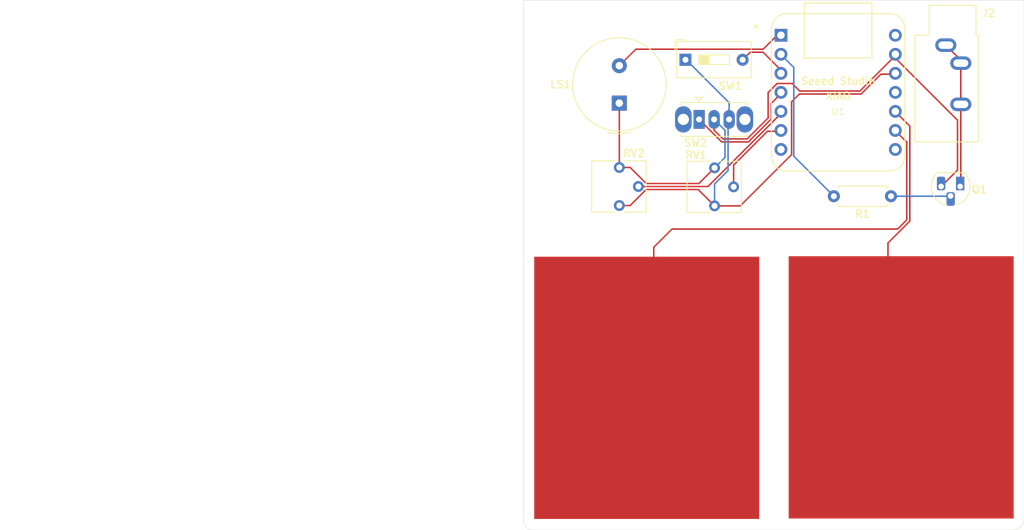
<source format=kicad_pcb>
(kicad_pcb (version 20240108) (generator "pcbnew") (generator_version "8.0")
  (title_block (title "Pengion Paddle") (date "6/29/2025") (rev " 4"))
  (layers (0 "F.Cu" signal) (31 "B.Cu" signal) (34 "B.Paste" user) (35 "F.Paste" user) (36 "B.SilkS" user "B.Silkscreen") (37 "F.SilkS" user "F.Silkscreen") (38 "B.Mask" user) (39 "F.Mask" user) (44 "Edge.Cuts" user))
  (net 0 "")
  (net 1 "Net-(Q1-B)")
  (net 2 "GND")
  (net 3 "Net-(Q1-C)")
  (net 4 "Net-(U1-GPIO2{slash}DA{slash}A1)")
  (net 5 "Net-(U1-GPIO9{slash}D5{slash}I2C_SCL)")
  (net 6 "+3V3")
  (net 7 "Net-(U1-GPIO5{slash}D4{slash}I2C_SDA)")
  (net 8 "Net-(SW1-B)")
  (net 9 "Net-(U1-GPIO1{slash}D0{slash}A0)")
  (net 10 "Net-(U1-GPIO8{slash}D9{slash}A9{slash}MISO)")
  (net 11 "Net-(U1-GPIO7{slash}D8{slash}A8{slash}SCK)")
  (net 16 "Net-(SW2-A)")
  (footprint "Custom:Copper Pad" (layer "F.Cu") (at 249.51 111.47)
    (property "Reference" "TP1" (hide yes))
    (property "Value" "Copper Pad")
    (pad "1" smd rect (at -8.5 21) (size 30 35) (layers "F.Cu") (net 10 "Net-(U1-GPIO8{slash}D9{slash}A9{slash}MISO)"))
  )
  (footprint "Custom:Copper Pad" (layer "F.Cu") (at 212.58 112.03)
    (property "Reference" "TP2" (hide yes))
    (property "Value" "Copper Pad")
    (pad "1" smd rect (at -5.5 20.5) (size 30 35) (property pad_prop_testpoint) (layers "F.Cu") (net 11 "Net-(U1-GPIO7{slash}D8{slash}A8{slash}SCK)"))
  )
  (footprint "Package_TO_SOT_THT:TO-92L_HandSolder" (layer "F.Cu") (at 248.87 105.66 180)
    (property "Reference" "Q1" (at -2.55 -0.4 360) (layer "F.SilkS"))
    (property "Value" "NPN")
    (fp_line (start -0.53 1.85) (end 3.07 1.85) (stroke (width 0.12)) (layer "F.SilkS"))
    (fp_arc (start 2.05 -2.45) (mid 3.769931 -0.601036) (end 3.078445 1.827684) (stroke (width 0.12)) (layer "F.SilkS"))
    (fp_arc (start -0.541453 1.842156) (mid -1.247298 -0.581475) (end 0.45 -2.45) (stroke (width 0.12)) (layer "F.SilkS"))
    (pad "1" thru_hole rect (at 0 0 180) (size 1.1 1.8) (drill 0.75 (offset 0 0.4)) (layers "*.Cu" "*.Mask") (net 3 "Net-(Q1-C)"))
    (pad "2" thru_hole roundrect (at 1.27 -1.27 180) (size 1.1 1.8) (drill 0.75 (offset 0 -0.4)) (layers "*.Cu" "*.Mask") (net 1 "Net-(Q1-B)"))
    (pad "3" thru_hole roundrect (at 2.54 0 180) (size 1.1 1.8) (drill 0.75 (offset 0 0.4)) (layers "*.Cu" "*.Mask") (net 2 "GND"))
  )
  (footprint "Potentiometer_THT:Potentiometer_Vishay_T73YP_Vertical" (layer "F.Cu") (at 203.4325 108.2025)
    (property "Reference" "RV2" (at 1.9175 -6.9625 0) (layer "F.SilkS"))
    (property "Value" "Potentiometer")
    (fp_line (start -3.68 -5.96) (end -3.68 0.88) (stroke (width 0.12)) (layer "F.SilkS"))
    (fp_line (start -3.68 -5.96) (end -0.65 -5.96) (stroke (width 0.12)) (layer "F.SilkS"))
    (fp_line (start -3.68 0.88) (end -0.65 0.88) (stroke (width 0.12)) (layer "F.SilkS"))
    (fp_line (start 0.65 -5.96) (end 3.56 -5.96) (stroke (width 0.12)) (layer "F.SilkS"))
    (fp_line (start 0.65 0.88) (end 3.56 0.88) (stroke (width 0.12)) (layer "F.SilkS"))
    (fp_line (start 3.56 -5.96) (end 3.56 0.88) (stroke (width 0.12)) (layer "F.SilkS"))
    (pad "1" thru_hole circle (at 0 0) (size 1.44 1.44) (drill 0.8) (layers "*.Cu" "*.Mask") (net 6 "+3V3"))
    (pad "2" thru_hole circle (at 2.54 -2.54) (size 1.44 1.44) (drill 0.8) (layers "*.Cu" "*.Mask") (net 7 "Net-(U1-GPIO5{slash}D4{slash}I2C_SDA)"))
    (pad "3" thru_hole circle (at 0 -5.08) (size 1.44 1.44) (drill 0.8) (layers "*.Cu" "*.Mask") (net 2 "GND"))
  )
  (footprint "Potentiometer_THT:Potentiometer_Vishay_T73YP_Vertical" (layer "F.Cu") (at 216.13 108.25)
    (property "Reference" "RV1" (at -2.48 -6.79 0) (layer "F.SilkS"))
    (property "Value" "Potentiometer")
    (fp_line (start -3.68 -5.96) (end -3.68 0.88) (stroke (width 0.12)) (layer "F.SilkS"))
    (fp_line (start -3.68 -5.96) (end -0.65 -5.96) (stroke (width 0.12)) (layer "F.SilkS"))
    (fp_line (start -3.68 0.88) (end -0.65 0.88) (stroke (width 0.12)) (layer "F.SilkS"))
    (fp_line (start 0.65 -5.96) (end 3.56 -5.96) (stroke (width 0.12)) (layer "F.SilkS"))
    (fp_line (start 0.65 0.88) (end 3.56 0.88) (stroke (width 0.12)) (layer "F.SilkS"))
    (fp_line (start 3.56 -5.96) (end 3.56 0.88) (stroke (width 0.12)) (layer "F.SilkS"))
    (pad "1" thru_hole circle (at 0 0) (size 1.44 1.44) (drill 0.8) (layers "*.Cu" "*.Mask") (net 6 "+3V3"))
    (pad "2" thru_hole circle (at 2.54 -2.54) (size 1.44 1.44) (drill 0.8) (layers "*.Cu" "*.Mask") (net 5 "Net-(U1-GPIO9{slash}D5{slash}I2C_SCL)"))
    (pad "3" thru_hole circle (at 0 -5.08) (size 1.44 1.44) (drill 0.8) (layers "*.Cu" "*.Mask") (net 2 "GND"))
  )
  (footprint "Library:XIAO-Generic-Thruhole-14P-2.54-21X17.8MM" (layer "F.Cu") (at 232.605 93.1)
    (property "Reference" "U1" (at 0 2.54 0) (layer "F.SilkS") (effects (font (size 0.889 0.889) (thickness 0.1016))))
    (property "Value" "XIAO-ESP32-S3-DIP" (hide yes))
    (fp_line (start -8.9 -8.5) (end -8.9 8.5) (stroke (width 0.127)) (layer "F.SilkS"))
    (fp_line (start -6.9 10.5) (end 6.9 10.5) (stroke (width 0.127)) (layer "F.SilkS"))
    (fp_line (start -4.5 -11.92403) (end 4.5 -11.92403) (stroke (width 0.127)) (layer "F.SilkS"))
    (fp_line (start -4.5 -4.57073) (end -4.5 -11.92403) (stroke (width 0.127)) (layer "F.SilkS"))
    (fp_line (start 4.5 -11.92403) (end 4.5 -4.57073) (stroke (width 0.127)) (layer "F.SilkS"))
    (fp_line (start 4.5 -4.57073) (end -4.5 -4.57073) (stroke (width 0.127)) (layer "F.SilkS"))
    (fp_line (start 6.9 -10.49909) (end -6.9 -10.49909) (stroke (width 0.127)) (layer "F.SilkS"))
    (fp_line (start 8.9 8.5) (end 8.9 -8.5) (stroke (width 0.127)) (layer "F.SilkS"))
    (fp_arc (start -8.9 -8.5) (mid -8.301491 -9.901491) (end -6.9 -10.5) (stroke (width 0.12)) (layer "F.SilkS"))
    (fp_arc (start -6.9 10.5) (mid -8.301423 9.901423) (end -8.9 8.5) (stroke (width 0.12)) (layer "F.SilkS"))
    (fp_arc (start 6.9 -10.5) (mid 8.301494 -9.901494) (end 8.9 -8.5) (stroke (width 0.12)) (layer "F.SilkS"))
    (fp_arc (start 8.9 8.5) (mid 8.314214 9.914214) (end 6.9 10.5) (stroke (width 0.12)) (layer "F.SilkS"))
    (fp_circle (center -11 -8.8) (end -11 -9.054) (fill solid) (layer "F.SilkS"))
    (fp_poly (pts (xy -8.887715 -8.561705) (xy -8.884667 -8.610473) (xy -8.880604 -8.659494)) (stroke (width 0.0254)) (fill none) (layer "F.SilkS"))
    (fp_poly (pts (xy 8.889492 8.521574) (xy 8.887713 8.57085) (xy 8.884665 8.619618) (xy 8.880601 8.668639) (xy 8.875268 8.717407) (xy 8.868664 8.766175) (xy 8.861044 8.81469) (xy 8.852152 8.86295) (xy 8.842248 8.910955)) (stroke (width 0.0254)) (fill none) (layer "F.SilkS"))
    (fp_text user "Seeed Studio" (at 0 -1.5 0) (layer "F.SilkS"))
    (fp_text user "XIAO" (at 0 0.499999 0) (layer "F.SilkS"))
    (pad "1" thru_hole rect (at -7.625 -7.62 180) (size 1.7 1.7) (drill 1) (layers "*.Cu" "*.Mask") (net 9 "Net-(U1-GPIO1{slash}D0{slash}A0)"))
    (pad "2" thru_hole circle (at -7.625 -5.08 180) (size 1.7 1.7) (drill 1) (layers "*.Cu" "*.Mask") (net 4 "Net-(U1-GPIO2{slash}DA{slash}A1)"))
    (pad "3" thru_hole circle (at -7.625 -2.54 180) (size 1.7 1.7) (drill 1) (layers "*.Cu" "*.Mask") (net 8 "Net-(SW1-B)"))
    (pad "4" thru_hole circle (at -7.625 0 180) (size 1.7 1.7) (drill 1) (layers "*.Cu" "*.Mask") (net 16 "Net-(SW2-A)"))
    (pad "5" thru_hole circle (at -7.625 2.54 180) (size 1.7 1.7) (drill 1) (layers "*.Cu" "*.Mask") (net 7 "Net-(U1-GPIO5{slash}D4{slash}I2C_SDA)"))
    (pad "6" thru_hole circle (at -7.625 5.08) (size 1.7 1.7) (drill 1) (layers "*.Cu" "*.Mask") (net 5 "Net-(U1-GPIO9{slash}D5{slash}I2C_SCL)"))
    (pad "7" thru_hole circle (at -7.625 7.62 180) (size 1.7 1.7) (drill 1) (layers "*.Cu" "*.Mask"))
    (pad "8" thru_hole circle (at 7.625 7.62 180) (size 1.7 1.7) (drill 1) (layers "*.Cu" "*.Mask"))
    (pad "9" thru_hole circle (at 7.625 5.08 180) (size 1.7 1.7) (drill 1) (layers "*.Cu" "*.Mask") (net 11 "Net-(U1-GPIO7{slash}D8{slash}A8{slash}SCK)"))
    (pad "10" thru_hole circle (at 7.625 2.54 180) (size 1.7 1.7) (drill 1) (layers "*.Cu" "*.Mask") (net 10 "Net-(U1-GPIO8{slash}D9{slash}A9{slash}MISO)"))
    (pad "11" thru_hole circle (at 7.625 0 180) (size 1.7 1.7) (drill 1) (layers "*.Cu" "*.Mask"))
    (pad "12" thru_hole circle (at 7.625 -2.54 180) (size 1.7 1.7) (drill 1) (layers "*.Cu" "*.Mask") (net 6 "+3V3"))
    (pad "13" thru_hole circle (at 7.625 -5.08 180) (size 1.7 1.7) (drill 1) (layers "*.Cu" "*.Mask") (net 2 "GND"))
    (pad "14" thru_hole circle (at 7.625 -7.62 180) (size 1.7 1.7) (drill 1) (layers "*.Cu" "*.Mask"))
  )
  (footprint "Connector_Audio:Jack_3.5mm_CUI_SJ1-3533NG_Horizontal" (layer "F.Cu") (at 246.96 86.8)
    (property "Reference" "J2" (at 5.69 -4.28 0) (layer "F.SilkS"))
    (property "Value" "Audio Plug")
    (fp_line (start -4.12 -1.32) (end -2.22 -1.32) (stroke (width 0.12)) (layer "F.SilkS"))
    (fp_line (start -4.12 12.92) (end -4.12 -1.32) (stroke (width 0.12)) (layer "F.SilkS"))
    (fp_line (start -2.22 -5.32) (end 4.02 -5.32) (stroke (width 0.12)) (layer "F.SilkS"))
    (fp_line (start -2.22 -1.32) (end -2.22 -5.32) (stroke (width 0.12)) (layer "F.SilkS"))
    (fp_line (start 4.02 -5.32) (end 4.02 -1.32) (stroke (width 0.12)) (layer "F.SilkS"))
    (fp_line (start 4.02 -1.32) (end 4.32 -1.32) (stroke (width 0.12)) (layer "F.SilkS"))
    (fp_line (start 4.32 -1.32) (end 4.32 12.92) (stroke (width 0.12)) (layer "F.SilkS"))
    (fp_line (start 4.32 12.92) (end -4.12 12.92) (stroke (width 0.12)) (layer "F.SilkS"))
    (pad "R" thru_hole oval (at 2 7.9) (size 2.8 1.8) (drill oval 2 1) (layers "*.Cu" "*.Mask") (net 3 "Net-(Q1-C)"))
    (pad "S" thru_hole oval (at 0 0) (size 2.8 1.8) (drill oval 2 1) (layers "*.Cu" "*.Mask") (net 3 "Net-(Q1-C)"))
    (pad "T" thru_hole oval (at 2 2.4) (size 2.8 1.8) (drill oval 2 1) (layers "*.Cu" "*.Mask") (net 3 "Net-(Q1-C)"))
  )
  (footprint "Buzzer_Beeper:Buzzer_TDK_PS1240P02BT_D12.2mm_H6.5mm" (layer "F.Cu") (at 203.43 94.54 90)
    (property "Reference" "LS1" (at 2.5 -7.85 180) (layer "F.SilkS"))
    (property "Value" "Piezo Buzzer")
    (fp_arc (start -3.9 1.499999) (mid -4.073431 0) (end -3.9 -1.5) (stroke (width 0.12)) (layer "F.SilkS"))
    (fp_circle (center 2.5 0) (end 8.73 0) (stroke (width 0.12)) (fill none) (layer "F.SilkS"))
    (pad "1" thru_hole rect (at 0 0 90) (size 2 2) (drill 1) (layers "*.Cu" "*.Mask") (net 2 "GND"))
    (pad "2" thru_hole circle (at 5 0 90) (size 2 2) (drill 1) (layers "*.Cu" "*.Mask") (net 9 "Net-(U1-GPIO1{slash}D0{slash}A0)"))
  )
  (footprint "Resistor_THT:R_Axial_DIN0207_L6.3mm_D2.5mm_P7.62mm_Horizontal" (layer "F.Cu") (at 239.65 106.96 180)
    (property "Reference" "R1" (at 3.81 -2.37 360) (layer "F.SilkS"))
    (property "Value" "1k")
    (fp_line (start 7.08 1.37) (end 7.08 1.04) (stroke (width 0.12)) (layer "F.SilkS"))
    (fp_line (start 7.08 -1.37) (end 7.08 -1.04) (stroke (width 0.12)) (layer "F.SilkS"))
    (fp_line (start 0.54 1.37) (end 7.08 1.37) (stroke (width 0.12)) (layer "F.SilkS"))
    (fp_line (start 0.54 1.04) (end 0.54 1.37) (stroke (width 0.12)) (layer "F.SilkS"))
    (fp_line (start 0.54 -1.04) (end 0.54 -1.37) (stroke (width 0.12)) (layer "F.SilkS"))
    (fp_line (start 0.54 -1.37) (end 7.08 -1.37) (stroke (width 0.12)) (layer "F.SilkS"))
    (pad "1" thru_hole circle (at 0 0 180) (size 1.6 1.6) (drill 0.8) (layers "*.Cu" "*.Mask") (net 1 "Net-(Q1-B)"))
    (pad "2" thru_hole oval (at 7.62 0 180) (size 1.6 1.6) (drill 0.8) (layers "*.Cu" "*.Mask") (net 4 "Net-(U1-GPIO2{slash}DA{slash}A1)"))
  )
  (footprint "Button_Switch_THT:SW_Slide_SPDT_Straight_CK_OS102011MS2Q" (layer "F.Cu") (at 214.0675 96.71)
    (property "Reference" "SW2" (at -0.4775 3.12 0) (layer "F.SilkS"))
    (property "Value" "SW_SPDT")
    (fp_line (start -2.41 -2.26) (end 6.41 -2.26) (stroke (width 0.12)) (layer "F.SilkS"))
    (fp_line (start -2.41 -1.95) (end -2.41 -2.26) (stroke (width 0.12)) (layer "F.SilkS"))
    (fp_line (start -2.41 2.26) (end -2.41 1.95) (stroke (width 0.12)) (layer "F.SilkS"))
    (fp_line (start -0.5 -2.96) (end 0 -2.46) (stroke (width 0.12)) (layer "F.SilkS"))
    (fp_line (start 0 -2.46) (end 0.5 -2.96) (stroke (width 0.12)) (layer "F.SilkS"))
    (fp_line (start 0.5 -2.96) (end -0.5 -2.96) (stroke (width 0.12)) (layer "F.SilkS"))
    (fp_line (start 6.41 -2.26) (end 6.41 -1.95) (stroke (width 0.12)) (layer "F.SilkS"))
    (fp_line (start 6.41 2.26) (end -2.41 2.26) (stroke (width 0.12)) (layer "F.SilkS"))
    (fp_line (start 6.41 2.26) (end 6.41 1.95) (stroke (width 0.12)) (layer "F.SilkS"))
    (pad "" thru_hole oval (at -2.1 0) (size 2.2 3.5) (drill 1.5) (layers "*.Cu" "*.Mask"))
    (pad "" thru_hole oval (at 6.1 0) (size 2.2 3.5) (drill 1.5) (layers "*.Cu" "*.Mask"))
    (pad "1" thru_hole rect (at 0 0) (size 1.5 2.5) (drill 0.8) (layers "*.Cu" "*.Mask") (net 16 "Net-(SW2-A)"))
    (pad "2" thru_hole oval (at 2 0) (size 1.5 2.5) (drill 0.8) (layers "*.Cu" "*.Mask") (net 2 "GND"))
    (pad "3" thru_hole oval (at 4 0) (size 1.5 2.5) (drill 0.8) (layers "*.Cu" "*.Mask") (net 6 "+3V3"))
  )
  (footprint "Button_Switch_THT:SW_DIP_SPSTx01_Slide_9.78x4.72mm_W7.62mm_P2.54mm" (layer "F.Cu") (at 212.25 88.75)
    (property "Reference" "SW1" (at 5.98 3.5 0) (layer "F.SilkS"))
    (property "Value" "SW_SPST")
    (fp_line (start -1.38 -2.66) (end -1.38 -1.277) (stroke (width 0.12)) (layer "F.SilkS"))
    (fp_line (start -1.38 -2.66) (end 0.004 -2.66) (stroke (width 0.12)) (layer "F.SilkS"))
    (fp_line (start -1.14 -2.42) (end -1.14 2.42) (stroke (width 0.12)) (layer "F.SilkS"))
    (fp_line (start -1.14 -2.42) (end 8.76 -2.42) (stroke (width 0.12)) (layer "F.SilkS"))
    (fp_line (start -1.14 2.42) (end 8.76 2.42) (stroke (width 0.12)) (layer "F.SilkS"))
    (fp_line (start 1.78 -0.635) (end 1.78 0.635) (stroke (width 0.12)) (layer "F.SilkS"))
    (fp_line (start 1.78 -0.515) (end 3.133333 -0.515) (stroke (width 0.12)) (layer "F.SilkS"))
    (fp_line (start 1.78 -0.395) (end 3.133333 -0.395) (stroke (width 0.12)) (layer "F.SilkS"))
    (fp_line (start 1.78 -0.275) (end 3.133333 -0.275) (stroke (width 0.12)) (layer "F.SilkS"))
    (fp_line (start 1.78 -0.155) (end 3.133333 -0.155) (stroke (width 0.12)) (layer "F.SilkS"))
    (fp_line (start 1.78 -0.035) (end 3.133333 -0.035) (stroke (width 0.12)) (layer "F.SilkS"))
    (fp_line (start 1.78 0.085) (end 3.133333 0.085) (stroke (width 0.12)) (layer "F.SilkS"))
    (fp_line (start 1.78 0.205) (end 3.133333 0.205) (stroke (width 0.12)) (layer "F.SilkS"))
    (fp_line (start 1.78 0.325) (end 3.133333 0.325) (stroke (width 0.12)) (layer "F.SilkS"))
    (fp_line (start 1.78 0.445) (end 3.133333 0.445) (stroke (width 0.12)) (layer "F.SilkS"))
    (fp_line (start 1.78 0.565) (end 3.133333 0.565) (stroke (width 0.12)) (layer "F.SilkS"))
    (fp_line (start 1.78 0.635) (end 5.84 0.635) (stroke (width 0.12)) (layer "F.SilkS"))
    (fp_line (start 3.133333 -0.635) (end 3.133333 0.635) (stroke (width 0.12)) (layer "F.SilkS"))
    (fp_line (start 5.84 -0.635) (end 1.78 -0.635) (stroke (width 0.12)) (layer "F.SilkS"))
    (fp_line (start 5.84 0.635) (end 5.84 -0.635) (stroke (width 0.12)) (layer "F.SilkS"))
    (fp_line (start 8.76 -2.42) (end 8.76 2.42) (stroke (width 0.12)) (layer "F.SilkS"))
    (pad "1" thru_hole rect (at 0 0) (size 1.6 1.6) (drill 0.8) (layers "*.Cu" "*.Mask") (net 6 "+3V3"))
    (pad "2" thru_hole oval (at 7.62 0) (size 1.6 1.6) (drill 0.8) (layers "*.Cu" "*.Mask") (net 8 "Net-(SW1-B)"))
  )
  (gr_arc (start 191.807877 151.500626) (mid 191.02449 151.176136) (end 190.7 150.392749) (stroke (width 0.05)) (layer "Edge.Cuts"))
  (gr_line (start 190.7 82.05) (end 190.7 150.392749) (stroke (width 0.05)) (layer "Edge.Cuts"))
  (gr_line (start 190.7 80.8) (end 190.7 82.05) (stroke (width 0.05)) (layer "Edge.Cuts"))
  (gr_line (start 191.807877 151.500626) (end 255.951019 151.500626) (stroke (width 0.05)) (layer "Edge.Cuts"))
  (gr_arc (start 257.38 150.071811) (mid 256.961461 151.082253) (end 255.951019 151.500792) (stroke (width 0.05)) (layer "Edge.Cuts"))
  (gr_line (start 257.38 80.8) (end 257.38 82.05) (stroke (width 0.05)) (layer "Edge.Cuts"))
  (gr_line (start 190.7 80.8) (end 257.38 80.8) (stroke (width 0.05)) (layer "Edge.Cuts"))
  (gr_line (start 257.38 82.05) (end 257.38 150.071811) (stroke (width 0.05)) (layer "Edge.Cuts"))
  (segment (start 247.26 107.27) (end 247.6 106.93) (width 0.2) (layer "F.Cu") (net 1))
  (segment (start 239.93 106.96) (end 247.57 106.96) (width 0.2) (layer "B.Cu") (net 1))
  (segment (start 247.57 106.96) (end 247.6 106.93) (width 0.2) (layer "B.Cu") (net 1))
  (segment (start 214.0375 105.2625) (end 207.014998 105.2625) (width 0.2) (layer "F.Cu") (net 2))
  (segment (start 203.4325 94.5425) (end 203.43 94.54) (width 0.2) (layer "F.Cu") (net 2))
  (segment (start 248.52 103.47) (end 248.52 96.82) (width 0.2) (layer "F.Cu") (net 2))
  (segment (start 224.468654 91.92) (end 223.27 93.118654) (width 0.2) (layer "F.Cu") (net 2))
  (segment (start 216.0675 98.144314) (end 216.0675 96.71) (width 0.2) (layer "F.Cu") (net 2))
  (segment (start 226.48 91.92) (end 224.468654 91.92) (width 0.2) (layer "F.Cu") (net 2))
  (segment (start 235.505 92.92) (end 227.48 92.92) (width 0.2) (layer "F.Cu") (net 2))
  (segment (start 223.27 96.511471) (end 220.471471 99.31) (width 0.2) (layer "F.Cu") (net 2))
  (segment (start 246.33 105.66) (end 248.52 103.47) (width 0.2) (layer "F.Cu") (net 2))
  (segment (start 216.1425 96.785) (end 216.0675 96.71) (width 0.2) (layer "F.Cu") (net 2))
  (segment (start 240.295 88.595) (end 240.295 88.13) (width 0.2) (layer "F.Cu") (net 2))
  (segment (start 223.27 93.118654) (end 223.27 96.511471) (width 0.2) (layer "F.Cu") (net 2))
  (segment (start 220.471471 99.31) (end 217.233186 99.31) (width 0.2) (layer "F.Cu") (net 2))
  (segment (start 204.874998 103.1225) (end 203.4325 103.1225) (width 0.2) (layer "F.Cu") (net 2))
  (segment (start 216.0675 103.1075) (end 216.13 103.17) (width 0.2) (layer "F.Cu") (net 2))
  (segment (start 227.48 92.92) (end 226.48 91.92) (width 0.2) (layer "F.Cu") (net 2))
  (segment (start 248.52 96.82) (end 240.295 88.595) (width 0.2) (layer "F.Cu") (net 2))
  (segment (start 203.4325 103.1225) (end 203.4325 94.5425) (width 0.2) (layer "F.Cu") (net 2))
  (segment (start 207.014998 105.2625) (end 204.874998 103.1225) (width 0.2) (layer "F.Cu") (net 2))
  (segment (start 240.295 88.13) (end 235.505 92.92) (width 0.2) (layer "F.Cu") (net 2))
  (segment (start 217.233186 99.31) (end 216.0675 98.144314) (width 0.2) (layer "F.Cu") (net 2))
  (segment (start 216.13 103.17) (end 214.0375 105.2625) (width 0.2) (layer "F.Cu") (net 2))
  (segment (start 216.13 103.17) (end 217.52 101.78) (width 0.2) (layer "B.Cu") (net 2))
  (segment (start 217.52 98.1625) (end 216.0675 96.71) (width 0.2) (layer "B.Cu") (net 2))
  (segment (start 217.52 101.78) (end 217.52 98.1625) (width 0.2) (layer "B.Cu") (net 2))
  (segment (start 246.96 86.8) (end 248.96 88.8) (width 0.2) (layer "F.Cu") (net 3))
  (segment (start 248.96 105.57) (end 248.87 105.66) (width 0.2) (layer "F.Cu") (net 3))
  (segment (start 248.96 94.7) (end 248.96 105.57) (width 0.2) (layer "F.Cu") (net 3))
  (segment (start 248.96 89.2) (end 248.96 94.7) (width 0.2) (layer "F.Cu") (net 3))
  (segment (start 248.96 88.8) (end 248.96 89.2) (width 0.2) (layer "F.Cu") (net 3))
  (segment (start 226.69 89.775) (end 225.045 88.13) (width 0.2) (layer "B.Cu") (net 4))
  (segment (start 225.23 88.13) (end 225.045 88.13) (width 0.2) (layer "B.Cu") (net 4))
  (segment (start 226.69 101.62) (end 226.69 89.775) (width 0.2) (layer "B.Cu") (net 4))
  (segment (start 232.03 106.96) (end 226.69 101.62) (width 0.2) (layer "B.Cu") (net 4))
  (segment (start 223.188529 98.29) (end 225.045 98.29) (width 0.2) (layer "F.Cu") (net 5))
  (segment (start 218.67 102.808529) (end 223.188529 98.29) (width 0.2) (layer "F.Cu") (net 5))
  (segment (start 218.67 105.71) (end 218.67 102.808529) (width 0.2) (layer "F.Cu") (net 5))
  (segment (start 219.55 108.25) (end 216.13 108.25) (width 0.2) (layer "F.Cu") (net 6))
  (segment (start 204.874998 108.2025) (end 203.4325 108.2025) (width 0.2) (layer "F.Cu") (net 6))
  (segment (start 227.44 93.32) (end 226.4 94.36) (width 0.2) (layer "F.Cu") (net 6))
  (segment (start 207.014998 106.0625) (end 204.874998 108.2025) (width 0.2) (layer "F.Cu") (net 6))
  (segment (start 216.13 108.25) (end 213.9425 106.0625) (width 0.2) (layer "F.Cu") (net 6))
  (segment (start 235.670686 93.32) (end 227.44 93.32) (width 0.2) (layer "F.Cu") (net 6))
  (segment (start 226.4 94.36) (end 226.4 101.4) (width 0.2) (layer "F.Cu") (net 6))
  (segment (start 226.4 101.4) (end 219.55 108.25) (width 0.2) (layer "F.Cu") (net 6))
  (segment (start 240.295 90.67) (end 238.320686 90.67) (width 0.2) (layer "F.Cu") (net 6))
  (segment (start 213.9425 106.0625) (end 207.014998 106.0625) (width 0.2) (layer "F.Cu") (net 6))
  (segment (start 238.320686 90.67) (end 235.670686 93.32) (width 0.2) (layer "F.Cu") (net 6))
  (segment (start 217.93 103.53) (end 217.93 96.8475) (width 0.2) (layer "B.Cu") (net 6))
  (segment (start 218.0675 96.71) (end 218.0675 94.62) (width 0.2) (layer "B.Cu") (net 6))
  (segment (start 218.0675 94.4775) (end 212.3 88.71) (width 0.2) (layer "B.Cu") (net 6))
  (segment (start 218.0675 94.62) (end 218.0675 94.4775) (width 0.2) (layer "B.Cu") (net 6))
  (segment (start 217.93 96.8475) (end 218.0675 96.71) (width 0.2) (layer "B.Cu") (net 6))
  (segment (start 216.13 105.33) (end 217.93 103.53) (width 0.2) (layer "B.Cu") (net 6))
  (segment (start 216.13 108.25) (end 216.13 105.33) (width 0.2) (layer "B.Cu") (net 6))
  (segment (start 215.250343 105.6625) (end 225.045 95.867843) (width 0.2) (layer "F.Cu") (net 7))
  (segment (start 225.045 95.867843) (end 225.045 95.75) (width 0.2) (layer "F.Cu") (net 7))
  (segment (start 205.9725 105.6625) (end 215.250343 105.6625) (width 0.2) (layer "F.Cu") (net 7))
  (segment (start 220.89 87.74) (end 222.59 87.74) (width 0.2) (layer "F.Cu") (net 8))
  (segment (start 219.92 88.71) (end 220.89 87.74) (width 0.2) (layer "F.Cu") (net 8))
  (segment (start 225.045 90.195) (end 225.045 90.67) (width 0.2) (layer "F.Cu") (net 8))
  (segment (start 222.59 87.74) (end 225.045 90.195) (width 0.2) (layer "F.Cu") (net 8))
  (segment (start 203.43 89.54) (end 205.63 87.34) (width 0.2) (layer "F.Cu") (net 9))
  (segment (start 222.61 87.34) (end 224.36 85.59) (width 0.2) (layer "F.Cu") (net 9))
  (segment (start 224.36 85.59) (end 225.045 85.59) (width 0.2) (layer "F.Cu") (net 9))
  (segment (start 225.035785 85.580785) (end 225.045 85.59) (width 0.2) (layer "F.Cu") (net 9))
  (segment (start 205.63 87.34) (end 222.61 87.34) (width 0.2) (layer "F.Cu") (net 9))
  (segment (start 240.295 95.75) (end 242.16 97.615) (width 0.2) (layer "F.Cu") (net 10))
  (segment (start 242.16 110.29) (end 239.25 113.2) (width 0.2) (layer "F.Cu") (net 10))
  (segment (start 239.25 113.2) (end 239.25 131.39) (width 0.2) (layer "F.Cu") (net 10))
  (segment (start 240.23 130.41) (end 239.25 131.39) (width 0.2) (layer "F.Cu") (net 10))
  (segment (start 242.16 97.615) (end 242.16 110.29) (width 0.2) (layer "F.Cu") (net 10))
  (segment (start 241.76 99.755) (end 241.76 110.114314) (width 0.2) (layer "F.Cu") (net 11))
  (segment (start 240.534314 111.34) (end 210.455 111.34) (width 0.2) (layer "F.Cu") (net 11))
  (segment (start 240.295 98.29) (end 241.76 99.755) (width 0.2) (layer "F.Cu") (net 11))
  (segment (start 210.455 111.34) (end 208.02 113.775) (width 0.2) (layer "F.Cu") (net 11))
  (segment (start 208.02 113.775) (end 208.02 132.42) (width 0.2) (layer "F.Cu") (net 11))
  (segment (start 241.76 110.114314) (end 240.534314 111.34) (width 0.2) (layer "F.Cu") (net 11))
  (segment (start 217.0675 99.71) (end 220.637157 99.71) (width 0.2) (layer "F.Cu") (net 16))
  (segment (start 223.67 94.585) (end 225.045 93.21) (width 0.2) (layer "F.Cu") (net 16))
  (segment (start 220.871471 99.475685) (end 223.67 96.677157) (width 0.2) (layer "F.Cu") (net 16))
  (segment (start 214.0675 96.71) (end 217.0675 99.71) (width 0.2) (layer "F.Cu") (net 16))
  (segment (start 223.67 96.677157) (end 223.67 94.585) (width 0.2) (layer "F.Cu") (net 16))
  (segment (start 220.637157 99.71) (end 220.871471 99.475685) (width 0.2) (layer "F.Cu") (net 16))
  (segment (start 214.0675 96.180101) (end 214.0675 96.71) (width 0.2) (layer "B.Cu") (net 16))
)
</source>
